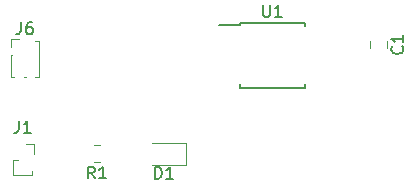
<source format=gbr>
G04 #@! TF.GenerationSoftware,KiCad,Pcbnew,(5.1.2)-1*
G04 #@! TF.CreationDate,2019-08-25T21:22:12-05:00*
G04 #@! TF.ProjectId,attiny-devboard,61747469-6e79-42d6-9465-76626f617264,rev?*
G04 #@! TF.SameCoordinates,Original*
G04 #@! TF.FileFunction,Legend,Top*
G04 #@! TF.FilePolarity,Positive*
%FSLAX46Y46*%
G04 Gerber Fmt 4.6, Leading zero omitted, Abs format (unit mm)*
G04 Created by KiCad (PCBNEW (5.1.2)-1) date 2019-08-25 21:22:12*
%MOMM*%
%LPD*%
G04 APERTURE LIST*
%ADD10C,0.120000*%
%ADD11C,0.150000*%
G04 APERTURE END LIST*
D10*
X144778800Y-83791048D02*
X144778800Y-84313552D01*
X143358800Y-83791048D02*
X143358800Y-84313552D01*
X124891400Y-94279600D02*
X127751400Y-94279600D01*
X127751400Y-94279600D02*
X127751400Y-92359600D01*
X127751400Y-92359600D02*
X124891400Y-92359600D01*
X113161900Y-93806900D02*
X113576900Y-93806900D01*
X113161900Y-93806900D02*
X113161900Y-95116900D01*
X113161900Y-95116900D02*
X114781900Y-95116900D01*
X114781900Y-94752798D02*
X114781900Y-95116900D01*
X114946900Y-92496900D02*
X114946900Y-93306900D01*
X114261900Y-92496900D02*
X114946900Y-92496900D01*
X112929600Y-86849900D02*
X113245107Y-86849900D01*
X115034093Y-86849900D02*
X115349600Y-86849900D01*
X114034093Y-86849900D02*
X114245107Y-86849900D01*
X112929600Y-84974900D02*
X112929600Y-86849900D01*
X115349600Y-83729900D02*
X115349600Y-86849900D01*
X112929600Y-84974900D02*
X113031324Y-84974900D01*
X115034093Y-83729900D02*
X115349600Y-83729900D01*
X112929600Y-84289900D02*
X112929600Y-83604900D01*
X112929600Y-83604900D02*
X113639600Y-83604900D01*
X120483152Y-94004200D02*
X119960648Y-94004200D01*
X120483152Y-92584200D02*
X119960648Y-92584200D01*
D11*
X132327200Y-82195300D02*
X132327200Y-82400300D01*
X137827200Y-82195300D02*
X137827200Y-82495300D01*
X137827200Y-87705300D02*
X137827200Y-87405300D01*
X132327200Y-87705300D02*
X132327200Y-87405300D01*
X132327200Y-82195300D02*
X137827200Y-82195300D01*
X132327200Y-87705300D02*
X137827200Y-87705300D01*
X132327200Y-82400300D02*
X130577200Y-82400300D01*
X146075942Y-84218966D02*
X146123561Y-84266585D01*
X146171180Y-84409442D01*
X146171180Y-84504680D01*
X146123561Y-84647538D01*
X146028323Y-84742776D01*
X145933085Y-84790395D01*
X145742609Y-84838014D01*
X145599752Y-84838014D01*
X145409276Y-84790395D01*
X145314038Y-84742776D01*
X145218800Y-84647538D01*
X145171180Y-84504680D01*
X145171180Y-84409442D01*
X145218800Y-84266585D01*
X145266419Y-84218966D01*
X146171180Y-83266585D02*
X146171180Y-83838014D01*
X146171180Y-83552300D02*
X145171180Y-83552300D01*
X145314038Y-83647538D01*
X145409276Y-83742776D01*
X145456895Y-83838014D01*
X125153304Y-95421980D02*
X125153304Y-94421980D01*
X125391400Y-94421980D01*
X125534257Y-94469600D01*
X125629495Y-94564838D01*
X125677114Y-94660076D01*
X125724733Y-94850552D01*
X125724733Y-94993409D01*
X125677114Y-95183885D01*
X125629495Y-95279123D01*
X125534257Y-95374361D01*
X125391400Y-95421980D01*
X125153304Y-95421980D01*
X126677114Y-95421980D02*
X126105685Y-95421980D01*
X126391400Y-95421980D02*
X126391400Y-94421980D01*
X126296161Y-94564838D01*
X126200923Y-94660076D01*
X126105685Y-94707695D01*
X113638566Y-90509280D02*
X113638566Y-91223566D01*
X113590947Y-91366423D01*
X113495709Y-91461661D01*
X113352852Y-91509280D01*
X113257614Y-91509280D01*
X114638566Y-91509280D02*
X114067138Y-91509280D01*
X114352852Y-91509280D02*
X114352852Y-90509280D01*
X114257614Y-90652138D01*
X114162376Y-90747376D01*
X114067138Y-90794995D01*
X113806266Y-82182280D02*
X113806266Y-82896566D01*
X113758647Y-83039423D01*
X113663409Y-83134661D01*
X113520552Y-83182280D01*
X113425314Y-83182280D01*
X114711028Y-82182280D02*
X114520552Y-82182280D01*
X114425314Y-82229900D01*
X114377695Y-82277519D01*
X114282457Y-82420376D01*
X114234838Y-82610852D01*
X114234838Y-82991804D01*
X114282457Y-83087042D01*
X114330076Y-83134661D01*
X114425314Y-83182280D01*
X114615790Y-83182280D01*
X114711028Y-83134661D01*
X114758647Y-83087042D01*
X114806266Y-82991804D01*
X114806266Y-82753709D01*
X114758647Y-82658471D01*
X114711028Y-82610852D01*
X114615790Y-82563233D01*
X114425314Y-82563233D01*
X114330076Y-82610852D01*
X114282457Y-82658471D01*
X114234838Y-82753709D01*
X120055233Y-95396580D02*
X119721900Y-94920390D01*
X119483804Y-95396580D02*
X119483804Y-94396580D01*
X119864757Y-94396580D01*
X119959995Y-94444200D01*
X120007614Y-94491819D01*
X120055233Y-94587057D01*
X120055233Y-94729914D01*
X120007614Y-94825152D01*
X119959995Y-94872771D01*
X119864757Y-94920390D01*
X119483804Y-94920390D01*
X121007614Y-95396580D02*
X120436185Y-95396580D01*
X120721900Y-95396580D02*
X120721900Y-94396580D01*
X120626661Y-94539438D01*
X120531423Y-94634676D01*
X120436185Y-94682295D01*
X134315295Y-80722680D02*
X134315295Y-81532204D01*
X134362914Y-81627442D01*
X134410533Y-81675061D01*
X134505771Y-81722680D01*
X134696247Y-81722680D01*
X134791485Y-81675061D01*
X134839104Y-81627442D01*
X134886723Y-81532204D01*
X134886723Y-80722680D01*
X135886723Y-81722680D02*
X135315295Y-81722680D01*
X135601009Y-81722680D02*
X135601009Y-80722680D01*
X135505771Y-80865538D01*
X135410533Y-80960776D01*
X135315295Y-81008395D01*
M02*

</source>
